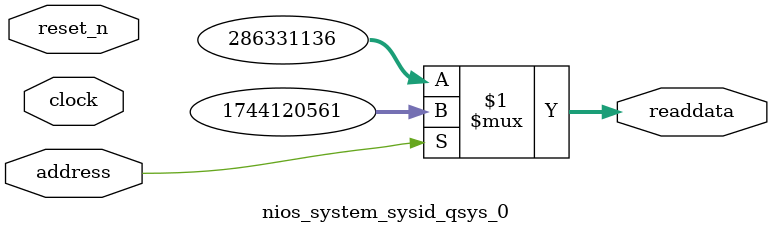
<source format=v>



// synthesis translate_off
`timescale 1ns / 1ps
// synthesis translate_on

// turn off superfluous verilog processor warnings 
// altera message_level Level1 
// altera message_off 10034 10035 10036 10037 10230 10240 10030 

module nios_system_sysid_qsys_0 (
               // inputs:
                address,
                clock,
                reset_n,

               // outputs:
                readdata
             )
;

  output  [ 31: 0] readdata;
  input            address;
  input            clock;
  input            reset_n;

  wire    [ 31: 0] readdata;
  //control_slave, which is an e_avalon_slave
  assign readdata = address ? 1744120561 : 286331136;

endmodule



</source>
